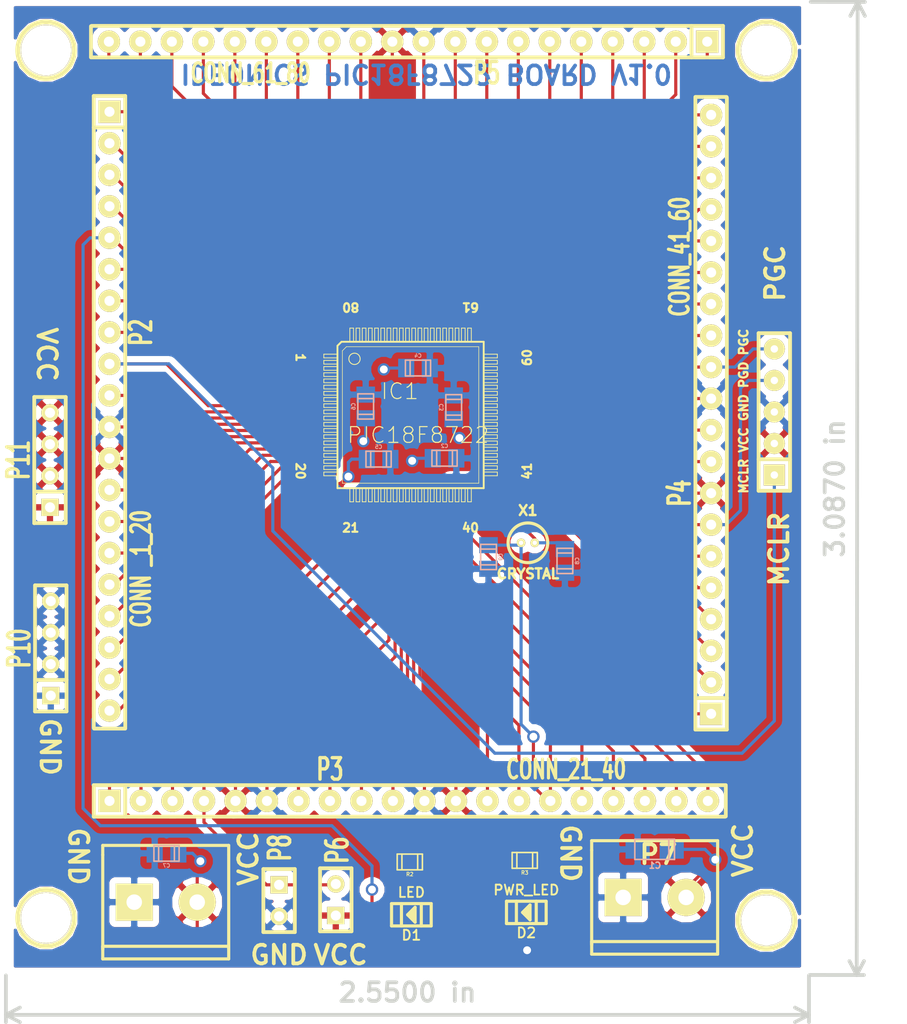
<source format=kicad_pcb>
(kicad_pcb (version 3) (host pcbnew "(2013-07-07 BZR 4022)-stable")
  (layers (15 F.Cu signal) (0 B.Cu signal) (18 B.Paste user) (19 F.Paste user) (20 B.SilkS user) (21 F.SilkS user) (22 B.Mask user) (23 F.Mask user) (28 Edge.Cuts user))
  (net 0 "")
  (net 1 /AVDD)
  (net 2 /ENVREG)
  (net 3 /HB_LED)
  (net 4 /MCLR)
  (net 5 /PGC)
  (net 6 /PGD)
  (net 7 /RA0)
  (net 8 /RA1)
  (net 9 /RA2)
  (net 10 /RA3)
  (net 11 /RA4)
  (net 12 /RA5)
  (net 13 /RA6)
  (net 14 /RA7)
  (net 15 /RB0)
  (net 16 /RB1)
  (net 17 /RB2)
  (net 18 /RB3)
  (net 19 /RB4)
  (net 20 /RB5)
  (net 21 /RC0)
  (net 22 /RC1)
  (net 23 /RC2)
  (net 24 /RC3)
  (net 25 /RC4)
  (net 26 /RC5)
  (net 27 /RC6)
  (net 28 /RC7)
  (net 29 /RD0)
  (net 30 /RD1)
  (net 31 /RD2)
  (net 32 /RD3)
  (net 33 /RD4)
  (net 34 /RD5)
  (net 35 /RD6)
  (net 36 /RD7)
  (net 37 /RE0)
  (net 38 /RE1)
  (net 39 /RE2)
  (net 40 /RE3)
  (net 41 /RE4)
  (net 42 /RE5)
  (net 43 /RE6)
  (net 44 /RE7)
  (net 45 /RF1)
  (net 46 /RF2)
  (net 47 /RF3)
  (net 48 /RF4)
  (net 49 /RF5)
  (net 50 /RF6)
  (net 51 /RF7)
  (net 52 /RG1)
  (net 53 /RG2)
  (net 54 /RG3)
  (net 55 /RG4)
  (net 56 /RH0)
  (net 57 /RH1)
  (net 58 /RH2)
  (net 59 /RH3)
  (net 60 /RH4)
  (net 61 /RH5)
  (net 62 /RH6)
  (net 63 /RH7)
  (net 64 /RJ0)
  (net 65 /RJ1)
  (net 66 /RJ2)
  (net 67 /RJ3)
  (net 68 /RJ4)
  (net 69 /RJ5)
  (net 70 /RJ6)
  (net 71 /RJ7)
  (net 72 GND)
  (net 73 N-0000024)
  (net 74 N-000008)
  (module SIL-5 (layer F.Cu) (at 187.071 110.8075 90)
    (fp_text reference P1 hide)
    (fp_text value PGM_CONN hide)
    (pad 1 thru_hole rect (at -6.35 0 90) (size 1.7 1.7) (drill 0.6) (layers *.Cu *.Mask F.SilkS) (net 4 /MCLR))
    (pad 2 thru_hole circle (at -3.81 0 90) (size 1.7 1.7) (drill 0.6) (layers *.Cu *.Mask F.SilkS) (net 1 /AVDD))
    (pad 3 thru_hole circle (at -1.27 0 90) (size 1.7 1.7) (drill 0.6) (layers *.Cu *.Mask F.SilkS) (net 72 GND))
    (pad 4 thru_hole circle (at 1.27 0 90) (size 1.7 1.7) (drill 0.6) (layers *.Cu *.Mask F.SilkS) (net 6 /PGD))
    (pad 5 thru_hole circle (at 3.81 0 90) (size 1.7 1.7) (drill 0.6) (layers *.Cu *.Mask F.SilkS) (net 5 /PGC))
  )
  (module r_0805 (layer B.Cu) (at 161.2124 111.698 270)
    (fp_text reference C3 (at 0 0.9906 270) (layer B.SilkS) (effects (font (size 0.29972 0.29972) (thickness 0.06096)) (justify mirror)))
    (fp_text value 0.1uF hide)
    (pad 1 smd rect (at 0.9525 0 270) (size 1.30048 1.4986) (layers B.Cu B.Paste B.Mask) (net 1 /AVDD))
    (pad 2 smd rect (at -0.9525 0 270) (size 1.30048 1.4986) (layers B.Cu B.Paste B.Mask) (net 72 GND))
  )
  (module r_0805 (layer F.Cu) (at 166.9415 148.209 180)
    (fp_text reference R3 (at 0 -0.9906 180) (layer F.SilkS) (effects (font (size 0.29972 0.29972) (thickness 0.06096))))
    (fp_text value 1K hide)
    (pad 1 smd rect (at 0.9525 0 180) (size 1.30048 1.4986) (layers F.Cu F.Paste F.Mask) (net 1 /AVDD))
    (pad 2 smd rect (at -0.9525 0 180) (size 1.30048 1.4986) (layers F.Cu F.Paste F.Mask) (net 74 N-000008))
  )
  (module r_0805 (layer B.Cu) (at 154.1145 111.633 270)
    (fp_text reference C6 (at 0 0.9906 270) (layer B.SilkS) (effects (font (size 0.29972 0.29972) (thickness 0.06096)) (justify mirror)))
    (fp_text value 0.1uF hide)
    (pad 1 smd rect (at 0.9525 0 270) (size 1.30048 1.4986) (layers B.Cu B.Paste B.Mask) (net 1 /AVDD))
    (pad 2 smd rect (at -0.9525 0 270) (size 1.30048 1.4986) (layers B.Cu B.Paste B.Mask) (net 72 GND))
  )
  (module r_0805 (layer B.Cu) (at 138.049 147.6375)
    (fp_text reference C7 (at 0 0.9906) (layer B.SilkS) (effects (font (size 0.29972 0.29972) (thickness 0.06096)) (justify mirror)))
    (fp_text value 0.1uF hide)
    (pad 1 smd rect (at 0.9525 0) (size 1.30048 1.4986) (layers B.Cu B.Paste B.Mask) (net 1 /AVDD))
    (pad 2 smd rect (at -0.9525 0) (size 1.30048 1.4986) (layers B.Cu B.Paste B.Mask) (net 72 GND))
  )
  (module r_0805 (layer B.Cu) (at 155.1524 115.878 180)
    (fp_text reference C5 (at 0 0.9906 180) (layer B.SilkS) (effects (font (size 0.29972 0.29972) (thickness 0.06096)) (justify mirror)))
    (fp_text value 0.1uF hide)
    (pad 1 smd rect (at 0.9525 0 180) (size 1.30048 1.4986) (layers B.Cu B.Paste B.Mask) (net 1 /AVDD))
    (pad 2 smd rect (at -0.9525 0 180) (size 1.30048 1.4986) (layers B.Cu B.Paste B.Mask) (net 72 GND))
  )
  (module r_0805 (layer B.Cu) (at 158.3324 108.538 180)
    (fp_text reference C4 (at 0 0.9906 180) (layer B.SilkS) (effects (font (size 0.29972 0.29972) (thickness 0.06096)) (justify mirror)))
    (fp_text value 0.1uF hide)
    (pad 1 smd rect (at 0.9525 0 180) (size 1.30048 1.4986) (layers B.Cu B.Paste B.Mask) (net 1 /AVDD))
    (pad 2 smd rect (at -0.9525 0 180) (size 1.30048 1.4986) (layers B.Cu B.Paste B.Mask) (net 72 GND))
  )
  (module r_0805 (layer B.Cu) (at 160.4724 115.808 180)
    (fp_text reference C2 (at 0 0.9906 180) (layer B.SilkS) (effects (font (size 0.29972 0.29972) (thickness 0.06096)) (justify mirror)))
    (fp_text value 0.1uF hide)
    (pad 1 smd rect (at 0.9525 0 180) (size 1.30048 1.4986) (layers B.Cu B.Paste B.Mask) (net 1 /AVDD))
    (pad 2 smd rect (at -0.9525 0 180) (size 1.30048 1.4986) (layers B.Cu B.Paste B.Mask) (net 72 GND))
  )
  (module r_0805 (layer F.Cu) (at 157.6705 148.336 180)
    (fp_text reference R2 (at 0 -0.9906 180) (layer F.SilkS) (effects (font (size 0.29972 0.29972) (thickness 0.06096))))
    (fp_text value 1K2 hide)
    (pad 1 smd rect (at 0.9525 0 180) (size 1.30048 1.4986) (layers F.Cu F.Paste F.Mask) (net 1 /AVDD))
    (pad 2 smd rect (at -0.9525 0 180) (size 1.30048 1.4986) (layers F.Cu F.Paste F.Mask) (net 73 N-0000024))
  )
  (module mors_2p (layer F.Cu) (at 137.9855 151.5745)
    (fp_text reference P9 hide)
    (fp_text value PWR_CON hide)
    (pad 1 thru_hole rect (at -2.54 0) (size 2.99974 2.99974) (drill 1.24968) (layers *.Cu *.Mask F.SilkS) (net 72 GND))
    (pad 2 thru_hole circle (at 2.54 0) (size 2.99974 2.99974) (drill 1.24968) (layers *.Cu *.Mask F.SilkS) (net 1 /AVDD))
  )
  (module c_tant_A (layer B.Cu) (at 177.419 147.32)
    (fp_text reference C1 (at 0.0254 1.2954) (layer B.SilkS) (effects (font (size 0.50038 0.50038) (thickness 0.11938)) (justify mirror)))
    (fp_text value 10uF/16V hide)
    (pad 1 smd rect (at 1.37414 0) (size 1.95072 1.50114) (layers B.Cu B.Paste B.Mask) (net 1 /AVDD))
    (pad 2 smd rect (at -1.37414 0) (size 1.95072 1.50114) (layers B.Cu B.Paste B.Mask) (net 72 GND))
  )
  (module microchip-2-TQFP80 (layer F.Cu) (at 157.734 112.3188)
    (fp_text reference IC1 (at -0.8636 -1.905) (layer F.SilkS) (effects (font (size 1.27 1.27) (thickness 0.0889))))
    (fp_text value PIC18F8722 (at 0.6096 1.6256) (layer F.SilkS) (effects (font (size 1.27 1.27) (thickness 0.0889))))
    (pad 1 smd rect (at -6.59384 -4.7498) (size 1.29794 0.34798) (layers F.Cu F.Paste F.Mask) (net 58 /RH2))
    (pad 2 smd rect (at -6.59384 -4.24942) (size 1.29794 0.34798) (layers F.Cu F.Paste F.Mask) (net 59 /RH3))
    (pad 3 smd rect (at -6.59384 -3.74904) (size 1.29794 0.34798) (layers F.Cu F.Paste F.Mask) (net 38 /RE1))
    (pad 4 smd rect (at -6.59384 -3.24866) (size 1.29794 0.34798) (layers F.Cu F.Paste F.Mask) (net 37 /RE0))
    (pad 5 smd rect (at -6.59384 -2.74828) (size 1.29794 0.34798) (layers F.Cu F.Paste F.Mask) (net 3 /HB_LED))
    (pad 6 smd rect (at -6.59384 -2.2479) (size 1.29794 0.34798) (layers F.Cu F.Paste F.Mask) (net 52 /RG1))
    (pad 7 smd rect (at -6.59384 -1.74752) (size 1.29794 0.34798) (layers F.Cu F.Paste F.Mask) (net 53 /RG2))
    (pad 8 smd rect (at -6.59384 -1.24968) (size 1.29794 0.34798) (layers F.Cu F.Paste F.Mask) (net 54 /RG3))
    (pad 9 smd rect (at -6.59384 -0.7493) (size 1.29794 0.34798) (layers F.Cu F.Paste F.Mask) (net 4 /MCLR))
    (pad 10 smd rect (at -6.59384 -0.24892) (size 1.29794 0.34798) (layers F.Cu F.Paste F.Mask) (net 55 /RG4))
    (pad 11 smd rect (at -6.59384 0.24892) (size 1.29794 0.34798) (layers F.Cu F.Paste F.Mask) (net 72 GND))
    (pad 12 smd rect (at -6.59384 0.7493) (size 1.29794 0.34798) (layers F.Cu F.Paste F.Mask) (net 1 /AVDD))
    (pad 13 smd rect (at -6.59384 1.24968) (size 1.29794 0.34798) (layers F.Cu F.Paste F.Mask) (net 51 /RF7))
    (pad 14 smd rect (at -6.59384 1.74752) (size 1.29794 0.34798) (layers F.Cu F.Paste F.Mask) (net 50 /RF6))
    (pad 15 smd rect (at -6.59384 2.2479) (size 1.29794 0.34798) (layers F.Cu F.Paste F.Mask) (net 49 /RF5))
    (pad 16 smd rect (at -6.59384 2.74828) (size 1.29794 0.34798) (layers F.Cu F.Paste F.Mask) (net 48 /RF4))
    (pad 17 smd rect (at -6.59384 3.24866) (size 1.29794 0.34798) (layers F.Cu F.Paste F.Mask) (net 47 /RF3))
    (pad 18 smd rect (at -6.59384 3.74904) (size 1.29794 0.34798) (layers F.Cu F.Paste F.Mask) (net 46 /RF2))
    (pad 19 smd rect (at -6.59384 4.24942) (size 1.29794 0.34798) (layers F.Cu F.Paste F.Mask) (net 63 /RH7))
    (pad 20 smd rect (at -6.59384 4.7498) (size 1.29794 0.34798) (layers F.Cu F.Paste F.Mask) (net 62 /RH6))
    (pad 21 smd rect (at -4.7498 6.59384) (size 0.34798 1.29794) (layers F.Cu F.Paste F.Mask) (net 61 /RH5))
    (pad 22 smd rect (at -4.24942 6.59384) (size 0.34798 1.29794) (layers F.Cu F.Paste F.Mask) (net 60 /RH4))
    (pad 23 smd rect (at -3.74904 6.59384) (size 0.34798 1.29794) (layers F.Cu F.Paste F.Mask) (net 45 /RF1))
    (pad 24 smd rect (at -3.24866 6.59384) (size 0.34798 1.29794) (layers F.Cu F.Paste F.Mask) (net 2 /ENVREG))
    (pad 25 smd rect (at -2.74828 6.59384) (size 0.34798 1.29794) (layers F.Cu F.Paste F.Mask) (net 1 /AVDD))
    (pad 26 smd rect (at -2.2479 6.59384) (size 0.34798 1.29794) (layers F.Cu F.Paste F.Mask) (net 72 GND))
    (pad 27 smd rect (at -1.74752 6.59384) (size 0.34798 1.29794) (layers F.Cu F.Paste F.Mask) (net 10 /RA3))
    (pad 28 smd rect (at -1.24968 6.59384) (size 0.34798 1.29794) (layers F.Cu F.Paste F.Mask) (net 9 /RA2))
    (pad 29 smd rect (at -0.7493 6.59384) (size 0.34798 1.29794) (layers F.Cu F.Paste F.Mask) (net 8 /RA1))
    (pad 30 smd rect (at -0.24892 6.59384) (size 0.34798 1.29794) (layers F.Cu F.Paste F.Mask) (net 7 /RA0))
    (pad 31 smd rect (at 0.24892 6.59384) (size 0.34798 1.29794) (layers F.Cu F.Paste F.Mask) (net 72 GND))
    (pad 32 smd rect (at 0.7493 6.59384) (size 0.34798 1.29794) (layers F.Cu F.Paste F.Mask) (net 1 /AVDD))
    (pad 33 smd rect (at 1.24968 6.59384) (size 0.34798 1.29794) (layers F.Cu F.Paste F.Mask) (net 12 /RA5))
    (pad 34 smd rect (at 1.74752 6.59384) (size 0.34798 1.29794) (layers F.Cu F.Paste F.Mask) (net 11 /RA4))
    (pad 35 smd rect (at 2.2479 6.59384) (size 0.34798 1.29794) (layers F.Cu F.Paste F.Mask) (net 22 /RC1))
    (pad 36 smd rect (at 2.74828 6.59384) (size 0.34798 1.29794) (layers F.Cu F.Paste F.Mask) (net 21 /RC0))
    (pad 37 smd rect (at 3.24866 6.59384) (size 0.34798 1.29794) (layers F.Cu F.Paste F.Mask) (net 27 /RC6))
    (pad 38 smd rect (at 3.74904 6.59384) (size 0.34798 1.29794) (layers F.Cu F.Paste F.Mask) (net 28 /RC7))
    (pad 39 smd rect (at 4.24942 6.59384) (size 0.34798 1.29794) (layers F.Cu F.Paste F.Mask) (net 68 /RJ4))
    (pad 40 smd rect (at 4.7498 6.59384) (size 0.34798 1.29794) (layers F.Cu F.Paste F.Mask) (net 69 /RJ5))
    (pad 41 smd rect (at 6.59384 4.7498) (size 1.29794 0.34798) (layers F.Cu F.Paste F.Mask) (net 70 /RJ6))
    (pad 42 smd rect (at 6.59384 4.24942) (size 1.29794 0.34798) (layers F.Cu F.Paste F.Mask) (net 71 /RJ7))
    (pad 43 smd rect (at 6.59384 3.74904) (size 1.29794 0.34798) (layers F.Cu F.Paste F.Mask) (net 23 /RC2))
    (pad 44 smd rect (at 6.59384 3.24866) (size 1.29794 0.34798) (layers F.Cu F.Paste F.Mask) (net 24 /RC3))
    (pad 45 smd rect (at 6.59384 2.74828) (size 1.29794 0.34798) (layers F.Cu F.Paste F.Mask) (net 25 /RC4))
    (pad 46 smd rect (at 6.59384 2.2479) (size 1.29794 0.34798) (layers F.Cu F.Paste F.Mask) (net 26 /RC5))
    (pad 47 smd rect (at 6.59384 1.74752) (size 1.29794 0.34798) (layers F.Cu F.Paste F.Mask) (net 6 /PGD))
    (pad 48 smd rect (at 6.59384 1.24968) (size 1.29794 0.34798) (layers F.Cu F.Paste F.Mask) (net 1 /AVDD))
    (pad 49 smd rect (at 6.59384 0.7493) (size 1.29794 0.34798) (layers F.Cu F.Paste F.Mask) (net 14 /RA7))
    (pad 50 smd rect (at 6.59384 0.24892) (size 1.29794 0.34798) (layers F.Cu F.Paste F.Mask) (net 13 /RA6))
    (pad 51 smd rect (at 6.59384 -0.24892) (size 1.29794 0.34798) (layers F.Cu F.Paste F.Mask) (net 72 GND))
    (pad 52 smd rect (at 6.59384 -0.7493) (size 1.29794 0.34798) (layers F.Cu F.Paste F.Mask) (net 5 /PGC))
    (pad 53 smd rect (at 6.59384 -1.24968) (size 1.29794 0.34798) (layers F.Cu F.Paste F.Mask) (net 20 /RB5))
    (pad 54 smd rect (at 6.59384 -1.74752) (size 1.29794 0.34798) (layers F.Cu F.Paste F.Mask) (net 19 /RB4))
    (pad 55 smd rect (at 6.59384 -2.2479) (size 1.29794 0.34798) (layers F.Cu F.Paste F.Mask) (net 18 /RB3))
    (pad 56 smd rect (at 6.59384 -2.74828) (size 1.29794 0.34798) (layers F.Cu F.Paste F.Mask) (net 17 /RB2))
    (pad 57 smd rect (at 6.59384 -3.24866) (size 1.29794 0.34798) (layers F.Cu F.Paste F.Mask) (net 16 /RB1))
    (pad 58 smd rect (at 6.59384 -3.74904) (size 1.29794 0.34798) (layers F.Cu F.Paste F.Mask) (net 15 /RB0))
    (pad 59 smd rect (at 6.59384 -4.24942) (size 1.29794 0.34798) (layers F.Cu F.Paste F.Mask) (net 67 /RJ3))
    (pad 60 smd rect (at 6.59384 -4.7498) (size 1.29794 0.34798) (layers F.Cu F.Paste F.Mask) (net 66 /RJ2))
    (pad 61 smd rect (at 4.7498 -6.59384) (size 0.34798 1.29794) (layers F.Cu F.Paste F.Mask) (net 65 /RJ1))
    (pad 62 smd rect (at 4.24942 -6.59384) (size 0.34798 1.29794) (layers F.Cu F.Paste F.Mask) (net 64 /RJ0))
    (pad 63 smd rect (at 3.74904 -6.59384) (size 0.34798 1.29794) (layers F.Cu F.Paste F.Mask) (net 36 /RD7))
    (pad 64 smd rect (at 3.24866 -6.59384) (size 0.34798 1.29794) (layers F.Cu F.Paste F.Mask) (net 35 /RD6))
    (pad 65 smd rect (at 2.74828 -6.59384) (size 0.34798 1.29794) (layers F.Cu F.Paste F.Mask) (net 34 /RD5))
    (pad 66 smd rect (at 2.2479 -6.59384) (size 0.34798 1.29794) (layers F.Cu F.Paste F.Mask) (net 33 /RD4))
    (pad 67 smd rect (at 1.74752 -6.59384) (size 0.34798 1.29794) (layers F.Cu F.Paste F.Mask) (net 32 /RD3))
    (pad 68 smd rect (at 1.24968 -6.59384) (size 0.34798 1.29794) (layers F.Cu F.Paste F.Mask) (net 31 /RD2))
    (pad 69 smd rect (at 0.7493 -6.59384) (size 0.34798 1.29794) (layers F.Cu F.Paste F.Mask) (net 30 /RD1))
    (pad 70 smd rect (at 0.24892 -6.59384) (size 0.34798 1.29794) (layers F.Cu F.Paste F.Mask) (net 72 GND))
    (pad 71 smd rect (at -0.24892 -6.59384) (size 0.34798 1.29794) (layers F.Cu F.Paste F.Mask) (net 1 /AVDD))
    (pad 72 smd rect (at -0.7493 -6.59384) (size 0.34798 1.29794) (layers F.Cu F.Paste F.Mask) (net 29 /RD0))
    (pad 73 smd rect (at -1.24968 -6.59384) (size 0.34798 1.29794) (layers F.Cu F.Paste F.Mask) (net 44 /RE7))
    (pad 74 smd rect (at -1.74752 -6.59384) (size 0.34798 1.29794) (layers F.Cu F.Paste F.Mask) (net 43 /RE6))
    (pad 75 smd rect (at -2.2479 -6.59384) (size 0.34798 1.29794) (layers F.Cu F.Paste F.Mask) (net 42 /RE5))
    (pad 76 smd rect (at -2.74828 -6.59384) (size 0.34798 1.29794) (layers F.Cu F.Paste F.Mask) (net 41 /RE4))
    (pad 77 smd rect (at -3.24866 -6.59384) (size 0.34798 1.29794) (layers F.Cu F.Paste F.Mask) (net 40 /RE3))
    (pad 78 smd rect (at -3.74904 -6.59384) (size 0.34798 1.29794) (layers F.Cu F.Paste F.Mask) (net 39 /RE2))
    (pad 79 smd rect (at -4.24942 -6.59384) (size 0.34798 1.29794) (layers F.Cu F.Paste F.Mask) (net 56 /RH0))
    (pad 80 smd rect (at -4.7498 -6.59384) (size 0.34798 1.29794) (layers F.Cu F.Paste F.Mask) (net 57 /RH1))
  )
  (module SIL-20 (layer F.Cu) (at 165.2016 143.416)
    (fp_text reference P3 (at -13.97 -2.54) (layer F.SilkS) (effects (font (size 1.72974 1.08712) (thickness 0.27178))))
    (fp_text value CONN_21_40 (at 5.08 -2.54 180) (layer F.SilkS) (effects (font (size 1.524 1.016) (thickness 0.3048))))
    (pad 1 thru_hole rect (at -31.75 0) (size 1.8 1.8) (drill 0.8128) (layers *.Cu *.Mask F.SilkS) (net 61 /RH5))
    (pad 2 thru_hole circle (at -29.21 0) (size 1.8 1.8) (drill 0.8128) (layers *.Cu *.Mask F.SilkS) (net 60 /RH4))
    (pad 3 thru_hole circle (at -26.67 0) (size 1.8 1.8) (drill 0.8128) (layers *.Cu *.Mask F.SilkS) (net 45 /RF1))
    (pad 4 thru_hole circle (at -24.13 0) (size 1.8 1.8) (drill 0.8128) (layers *.Cu *.Mask F.SilkS) (net 2 /ENVREG))
    (pad 5 thru_hole circle (at -21.59 0) (size 1.8 1.8) (drill 0.8128) (layers *.Cu *.Mask F.SilkS) (net 1 /AVDD))
    (pad 6 thru_hole circle (at -19.05 0) (size 1.8 1.8) (drill 0.8128) (layers *.Cu *.Mask F.SilkS) (net 72 GND))
    (pad 7 thru_hole circle (at -16.51 0) (size 1.8 1.8) (drill 0.8128) (layers *.Cu *.Mask F.SilkS) (net 10 /RA3))
    (pad 8 thru_hole circle (at -13.97 0) (size 1.8 1.8) (drill 0.8128) (layers *.Cu *.Mask F.SilkS) (net 9 /RA2))
    (pad 9 thru_hole circle (at -11.43 0) (size 1.8 1.8) (drill 0.8128) (layers *.Cu *.Mask F.SilkS) (net 8 /RA1))
    (pad 10 thru_hole circle (at -8.89 0) (size 1.8 1.8) (drill 0.8128) (layers *.Cu *.Mask F.SilkS) (net 7 /RA0))
    (pad 11 thru_hole circle (at -6.35 0) (size 1.8 1.8) (drill 0.8128) (layers *.Cu *.Mask F.SilkS) (net 72 GND))
    (pad 12 thru_hole circle (at -3.81 0) (size 1.8 1.8) (drill 0.8128) (layers *.Cu *.Mask F.SilkS) (net 1 /AVDD))
    (pad 13 thru_hole circle (at -1.27 0) (size 1.8 1.8) (drill 0.8128) (layers *.Cu *.Mask F.SilkS) (net 12 /RA5))
    (pad 14 thru_hole circle (at 1.27 0) (size 1.8 1.8) (drill 0.8128) (layers *.Cu *.Mask F.SilkS) (net 11 /RA4))
    (pad 15 thru_hole circle (at 3.81 0) (size 1.8 1.8) (drill 0.8128) (layers *.Cu *.Mask F.SilkS) (net 22 /RC1))
    (pad 16 thru_hole circle (at 6.35 0) (size 1.8 1.8) (drill 0.8128) (layers *.Cu *.Mask F.SilkS) (net 21 /RC0))
    (pad 17 thru_hole circle (at 8.89 0) (size 1.8 1.8) (drill 0.8128) (layers *.Cu *.Mask F.SilkS) (net 27 /RC6))
    (pad 18 thru_hole circle (at 11.43 0) (size 1.8 1.8) (drill 0.8128) (layers *.Cu *.Mask F.SilkS) (net 28 /RC7))
    (pad 19 thru_hole circle (at 13.97 0) (size 1.8 1.8) (drill 0.8128) (layers *.Cu *.Mask F.SilkS) (net 68 /RJ4))
    (pad 20 thru_hole circle (at 16.51 0) (size 1.8 1.8) (drill 0.8128) (layers *.Cu *.Mask F.SilkS) (net 69 /RJ5))
  )
  (module SIL-20 (layer F.Cu) (at 133.45 119.634 270)
    (fp_text reference P2 (at -13.97 -2.54 270) (layer F.SilkS) (effects (font (size 1.72974 1.08712) (thickness 0.27178))))
    (fp_text value "CONN _1_20" (at 5.08 -2.54 450) (layer F.SilkS) (effects (font (size 1.524 1.016) (thickness 0.3048))))
    (pad 1 thru_hole rect (at -31.75 0 270) (size 1.8 1.8) (drill 0.8128) (layers *.Cu *.Mask F.SilkS) (net 58 /RH2))
    (pad 2 thru_hole circle (at -29.21 0 270) (size 1.8 1.8) (drill 0.8128) (layers *.Cu *.Mask F.SilkS) (net 59 /RH3))
    (pad 3 thru_hole circle (at -26.67 0 270) (size 1.8 1.8) (drill 0.8128) (layers *.Cu *.Mask F.SilkS) (net 38 /RE1))
    (pad 4 thru_hole circle (at -24.13 0 270) (size 1.8 1.8) (drill 0.8128) (layers *.Cu *.Mask F.SilkS) (net 37 /RE0))
    (pad 5 thru_hole circle (at -21.59 0 270) (size 1.8 1.8) (drill 0.8128) (layers *.Cu *.Mask F.SilkS) (net 3 /HB_LED))
    (pad 6 thru_hole circle (at -19.05 0 270) (size 1.8 1.8) (drill 0.8128) (layers *.Cu *.Mask F.SilkS) (net 52 /RG1))
    (pad 7 thru_hole circle (at -16.51 0 270) (size 1.8 1.8) (drill 0.8128) (layers *.Cu *.Mask F.SilkS) (net 53 /RG2))
    (pad 8 thru_hole circle (at -13.97 0 270) (size 1.8 1.8) (drill 0.8128) (layers *.Cu *.Mask F.SilkS) (net 54 /RG3))
    (pad 9 thru_hole circle (at -11.43 0 270) (size 1.8 1.8) (drill 0.8128) (layers *.Cu *.Mask F.SilkS) (net 4 /MCLR))
    (pad 10 thru_hole circle (at -8.89 0 270) (size 1.8 1.8) (drill 0.8128) (layers *.Cu *.Mask F.SilkS) (net 55 /RG4))
    (pad 11 thru_hole circle (at -6.35 0 270) (size 1.8 1.8) (drill 0.8128) (layers *.Cu *.Mask F.SilkS) (net 72 GND))
    (pad 12 thru_hole circle (at -3.81 0 270) (size 1.8 1.8) (drill 0.8128) (layers *.Cu *.Mask F.SilkS) (net 1 /AVDD))
    (pad 13 thru_hole circle (at -1.27 0 270) (size 1.8 1.8) (drill 0.8128) (layers *.Cu *.Mask F.SilkS) (net 51 /RF7))
    (pad 14 thru_hole circle (at 1.27 0 270) (size 1.8 1.8) (drill 0.8128) (layers *.Cu *.Mask F.SilkS) (net 50 /RF6))
    (pad 15 thru_hole circle (at 3.81 0 270) (size 1.8 1.8) (drill 0.8128) (layers *.Cu *.Mask F.SilkS) (net 49 /RF5))
    (pad 16 thru_hole circle (at 6.35 0 270) (size 1.8 1.8) (drill 0.8128) (layers *.Cu *.Mask F.SilkS) (net 48 /RF4))
    (pad 17 thru_hole circle (at 8.89 0 270) (size 1.8 1.8) (drill 0.8128) (layers *.Cu *.Mask F.SilkS) (net 47 /RF3))
    (pad 18 thru_hole circle (at 11.43 0 270) (size 1.8 1.8) (drill 0.8128) (layers *.Cu *.Mask F.SilkS) (net 46 /RF2))
    (pad 19 thru_hole circle (at 13.97 0 270) (size 1.8 1.8) (drill 0.8128) (layers *.Cu *.Mask F.SilkS) (net 63 /RH7))
    (pad 20 thru_hole circle (at 16.51 0 270) (size 1.8 1.8) (drill 0.8128) (layers *.Cu *.Mask F.SilkS) (net 62 /RH6))
  )
  (module SIL-20 (layer F.Cu) (at 181.9732 104.648 90)
    (fp_text reference P4 (at -13.97 -2.54 90) (layer F.SilkS) (effects (font (size 1.72974 1.08712) (thickness 0.27178))))
    (fp_text value CONN_41_60 (at 5.08 -2.54 270) (layer F.SilkS) (effects (font (size 1.524 1.016) (thickness 0.3048))))
    (pad 1 thru_hole rect (at -31.75 0 90) (size 1.8 1.8) (drill 0.8128) (layers *.Cu *.Mask F.SilkS) (net 70 /RJ6))
    (pad 2 thru_hole circle (at -29.21 0 90) (size 1.8 1.8) (drill 0.8128) (layers *.Cu *.Mask F.SilkS) (net 71 /RJ7))
    (pad 3 thru_hole circle (at -26.67 0 90) (size 1.8 1.8) (drill 0.8128) (layers *.Cu *.Mask F.SilkS) (net 23 /RC2))
    (pad 4 thru_hole circle (at -24.13 0 90) (size 1.8 1.8) (drill 0.8128) (layers *.Cu *.Mask F.SilkS) (net 24 /RC3))
    (pad 5 thru_hole circle (at -21.59 0 90) (size 1.8 1.8) (drill 0.8128) (layers *.Cu *.Mask F.SilkS) (net 25 /RC4))
    (pad 6 thru_hole circle (at -19.05 0 90) (size 1.8 1.8) (drill 0.8128) (layers *.Cu *.Mask F.SilkS) (net 26 /RC5))
    (pad 7 thru_hole circle (at -16.51 0 90) (size 1.8 1.8) (drill 0.8128) (layers *.Cu *.Mask F.SilkS) (net 6 /PGD))
    (pad 8 thru_hole circle (at -13.97 0 90) (size 1.8 1.8) (drill 0.8128) (layers *.Cu *.Mask F.SilkS) (net 1 /AVDD))
    (pad 9 thru_hole circle (at -11.43 0 90) (size 1.8 1.8) (drill 0.8128) (layers *.Cu *.Mask F.SilkS) (net 14 /RA7))
    (pad 10 thru_hole circle (at -8.89 0 90) (size 1.8 1.8) (drill 0.8128) (layers *.Cu *.Mask F.SilkS) (net 13 /RA6))
    (pad 11 thru_hole circle (at -6.35 0 90) (size 1.8 1.8) (drill 0.8128) (layers *.Cu *.Mask F.SilkS) (net 72 GND))
    (pad 12 thru_hole circle (at -3.81 0 90) (size 1.8 1.8) (drill 0.8128) (layers *.Cu *.Mask F.SilkS) (net 5 /PGC))
    (pad 13 thru_hole circle (at -1.27 0 90) (size 1.8 1.8) (drill 0.8128) (layers *.Cu *.Mask F.SilkS) (net 20 /RB5))
    (pad 14 thru_hole circle (at 1.27 0 90) (size 1.8 1.8) (drill 0.8128) (layers *.Cu *.Mask F.SilkS) (net 19 /RB4))
    (pad 15 thru_hole circle (at 3.81 0 90) (size 1.8 1.8) (drill 0.8128) (layers *.Cu *.Mask F.SilkS) (net 18 /RB3))
    (pad 16 thru_hole circle (at 6.35 0 90) (size 1.8 1.8) (drill 0.8128) (layers *.Cu *.Mask F.SilkS) (net 17 /RB2))
    (pad 17 thru_hole circle (at 8.89 0 90) (size 1.8 1.8) (drill 0.8128) (layers *.Cu *.Mask F.SilkS) (net 16 /RB1))
    (pad 18 thru_hole circle (at 11.43 0 90) (size 1.8 1.8) (drill 0.8128) (layers *.Cu *.Mask F.SilkS) (net 15 /RB0))
    (pad 19 thru_hole circle (at 13.97 0 90) (size 1.8 1.8) (drill 0.8128) (layers *.Cu *.Mask F.SilkS) (net 67 /RJ3))
    (pad 20 thru_hole circle (at 16.51 0 90) (size 1.8 1.8) (drill 0.8128) (layers *.Cu *.Mask F.SilkS) (net 66 /RJ2))
  )
  (module SIL-20 (layer F.Cu) (at 149.9108 82.2376 180)
    (fp_text reference P5 (at -13.97 -2.54 180) (layer F.SilkS) (effects (font (size 1.72974 1.08712) (thickness 0.27178))))
    (fp_text value CONN_61_80 (at 5.08 -2.54 360) (layer F.SilkS) (effects (font (size 1.524 1.016) (thickness 0.3048))))
    (pad 1 thru_hole rect (at -31.75 0 180) (size 1.8 1.8) (drill 0.8128) (layers *.Cu *.Mask F.SilkS) (net 65 /RJ1))
    (pad 2 thru_hole circle (at -29.21 0 180) (size 1.8 1.8) (drill 0.8128) (layers *.Cu *.Mask F.SilkS) (net 64 /RJ0))
    (pad 3 thru_hole circle (at -26.67 0 180) (size 1.8 1.8) (drill 0.8128) (layers *.Cu *.Mask F.SilkS) (net 36 /RD7))
    (pad 4 thru_hole circle (at -24.13 0 180) (size 1.8 1.8) (drill 0.8128) (layers *.Cu *.Mask F.SilkS) (net 35 /RD6))
    (pad 5 thru_hole circle (at -21.59 0 180) (size 1.8 1.8) (drill 0.8128) (layers *.Cu *.Mask F.SilkS) (net 34 /RD5))
    (pad 6 thru_hole circle (at -19.05 0 180) (size 1.8 1.8) (drill 0.8128) (layers *.Cu *.Mask F.SilkS) (net 33 /RD4))
    (pad 7 thru_hole circle (at -16.51 0 180) (size 1.8 1.8) (drill 0.8128) (layers *.Cu *.Mask F.SilkS) (net 32 /RD3))
    (pad 8 thru_hole circle (at -13.97 0 180) (size 1.8 1.8) (drill 0.8128) (layers *.Cu *.Mask F.SilkS) (net 31 /RD2))
    (pad 9 thru_hole circle (at -11.43 0 180) (size 1.8 1.8) (drill 0.8128) (layers *.Cu *.Mask F.SilkS) (net 30 /RD1))
    (pad 10 thru_hole circle (at -8.89 0 180) (size 1.8 1.8) (drill 0.8128) (layers *.Cu *.Mask F.SilkS) (net 72 GND))
    (pad 11 thru_hole circle (at -6.35 0 180) (size 1.8 1.8) (drill 0.8128) (layers *.Cu *.Mask F.SilkS) (net 1 /AVDD))
    (pad 12 thru_hole circle (at -3.81 0 180) (size 1.8 1.8) (drill 0.8128) (layers *.Cu *.Mask F.SilkS) (net 29 /RD0))
    (pad 13 thru_hole circle (at -1.27 0 180) (size 1.8 1.8) (drill 0.8128) (layers *.Cu *.Mask F.SilkS) (net 44 /RE7))
    (pad 14 thru_hole circle (at 1.27 0 180) (size 1.8 1.8) (drill 0.8128) (layers *.Cu *.Mask F.SilkS) (net 43 /RE6))
    (pad 15 thru_hole circle (at 3.81 0 180) (size 1.8 1.8) (drill 0.8128) (layers *.Cu *.Mask F.SilkS) (net 42 /RE5))
    (pad 16 thru_hole circle (at 6.35 0 180) (size 1.8 1.8) (drill 0.8128) (layers *.Cu *.Mask F.SilkS) (net 41 /RE4))
    (pad 17 thru_hole circle (at 8.89 0 180) (size 1.8 1.8) (drill 0.8128) (layers *.Cu *.Mask F.SilkS) (net 40 /RE3))
    (pad 18 thru_hole circle (at 11.43 0 180) (size 1.8 1.8) (drill 0.8128) (layers *.Cu *.Mask F.SilkS) (net 39 /RE2))
    (pad 19 thru_hole circle (at 13.97 0 180) (size 1.8 1.8) (drill 0.8128) (layers *.Cu *.Mask F.SilkS) (net 56 /RH0))
    (pad 20 thru_hole circle (at 16.51 0 180) (size 1.8 1.8) (drill 0.8128) (layers *.Cu *.Mask F.SilkS) (net 57 /RH1))
  )
  (module mors_2p (layer F.Cu) (at 177.419 151.1935)
    (fp_text reference P7 (at 0.3048 -3.4544) (layer F.SilkS) (effects (font (size 1.524 1.524) (thickness 0.3048))))
    (fp_text value PWR_CON hide)
    (pad 1 thru_hole rect (at -2.54 0) (size 2.99974 2.99974) (drill 1.24968) (layers *.Cu *.Mask F.SilkS) (net 72 GND))
    (pad 2 thru_hole circle (at 2.54 0) (size 2.99974 2.99974) (drill 1.24968) (layers *.Cu *.Mask F.SilkS) (net 1 /AVDD))
  )
  (module Led_1206 (layer F.Cu) (at 157.7975 152.5905 180)
    (fp_text reference D1 (at 0 -1.651 180) (layer F.SilkS) (effects (font (size 0.8001 0.8001) (thickness 0.14986))))
    (fp_text value LED (at 0 1.80086 180) (layer F.SilkS) (effects (font (size 0.8001 0.8001) (thickness 0.14986))))
    (pad 1 smd rect (at -1.74752 0 180) (size 1.4986 1.4986) (layers F.Cu F.Paste F.Mask) (net 73 N-0000024))
    (pad 2 smd rect (at 1.74752 0 180) (size 1.4986 1.4986) (layers F.Cu F.Paste F.Mask) (net 3 /HB_LED))
  )
  (module Led_1206 (layer F.Cu) (at 167.0685 152.4 180)
    (fp_text reference D2 (at 0 -1.651 180) (layer F.SilkS) (effects (font (size 0.8001 0.8001) (thickness 0.14986))))
    (fp_text value PWR_LED (at 0 1.80086 180) (layer F.SilkS) (effects (font (size 0.8001 0.8001) (thickness 0.14986))))
    (pad 1 smd rect (at -1.74752 0 180) (size 1.4986 1.4986) (layers F.Cu F.Paste F.Mask) (net 74 N-000008))
    (pad 2 smd rect (at 1.74752 0 180) (size 1.4986 1.4986) (layers F.Cu F.Paste F.Mask) (net 72 GND))
  )
  (module SIL-2 (layer F.Cu) (at 151.7015 151.384 90)
    (fp_text reference P6 (at 4.0005 0.127 90) (layer F.SilkS) (effects (font (size 1.72974 1.08712) (thickness 0.3048))))
    (fp_text value CONN_2 hide)
    (pad 1 thru_hole rect (at -1.27 0 90) (size 1.397 1.397) (drill 0.8128) (layers *.Cu *.Mask F.SilkS) (net 1 /AVDD))
    (pad 2 thru_hole circle (at 1.27 0 90) (size 1.397 1.397) (drill 0.8128) (layers *.Cu *.Mask F.SilkS) (net 2 /ENVREG))
  )
  (module SIL-2 (layer F.Cu) (at 147.1295 151.4475 270)
    (fp_text reference P8 (at -4.2545 -0.0635 270) (layer F.SilkS) (effects (font (size 1.72974 1.08712) (thickness 0.3048))))
    (fp_text value CONN_2 hide)
    (pad 1 thru_hole rect (at -1.27 0 270) (size 1.397 1.397) (drill 0.8128) (layers *.Cu *.Mask F.SilkS) (net 2 /ENVREG))
    (pad 2 thru_hole circle (at 1.27 0 270) (size 1.397 1.397) (drill 0.8128) (layers *.Cu *.Mask F.SilkS) (net 72 GND))
  )
  (module r_0805 (layer B.Cu) (at 170.18 124.079 90)
    (fp_text reference C8 (at 0 0.9906 90) (layer B.SilkS) (effects (font (size 0.29972 0.29972) (thickness 0.06096)) (justify mirror)))
    (fp_text value C hide)
    (pad 1 smd rect (at 0.9525 0 90) (size 1.30048 1.4986) (layers B.Cu B.Paste B.Mask) (net 21 /RC0))
    (pad 2 smd rect (at -0.9525 0 90) (size 1.30048 1.4986) (layers B.Cu B.Paste B.Mask) (net 72 GND))
  )
  (module r_0805 (layer B.Cu) (at 164.0205 123.7615 90)
    (fp_text reference C9 (at 0 0.9906 90) (layer B.SilkS) (effects (font (size 0.29972 0.29972) (thickness 0.06096)) (justify mirror)))
    (fp_text value C hide)
    (pad 1 smd rect (at 0.9525 0 90) (size 1.30048 1.4986) (layers B.Cu B.Paste B.Mask) (net 22 /RC1))
    (pad 2 smd rect (at -0.9525 0 90) (size 1.30048 1.4986) (layers B.Cu B.Paste B.Mask) (net 72 GND))
  )
  (module crystal_tc-38 (layer F.Cu) (at 167.1955 122.6185)
    (fp_text reference X1 (at 0 -2.6) (layer F.SilkS) (effects (font (size 0.8 0.8) (thickness 0.2))))
    (fp_text value CRYSTAL (at 0 2.5) (layer F.SilkS) (effects (font (size 0.8 0.8) (thickness 0.2))))
    (pad 1 thru_hole circle (at -0.55 0) (size 0.7 0.7) (drill 0.35) (layers *.Cu *.Mask F.SilkS) (net 22 /RC1))
    (pad 2 thru_hole circle (at 0.55 0) (size 0.7 0.7) (drill 0.35) (layers *.Cu *.Mask F.SilkS) (net 21 /RC0))
  )
  (module SIL-4 (layer F.Cu) (at 128.7145 131.1275 90)
    (fp_text reference P10 (at 0 -2.54 90) (layer F.SilkS) (effects (font (size 1.73482 1.08712) (thickness 0.3048))))
    (fp_text value CONN_4 hide)
    (pad 1 thru_hole rect (at -3.81 0 90) (size 1.397 1.397) (drill 0.8128) (layers *.Cu *.Mask F.SilkS) (net 72 GND))
    (pad 2 thru_hole circle (at -1.27 0 90) (size 1.397 1.397) (drill 0.8128) (layers *.Cu *.Mask F.SilkS) (net 72 GND))
    (pad 3 thru_hole circle (at 1.27 0 90) (size 1.397 1.397) (drill 0.8128) (layers *.Cu *.Mask F.SilkS) (net 72 GND))
    (pad 4 thru_hole circle (at 3.81 0 90) (size 1.397 1.397) (drill 0.8128) (layers *.Cu *.Mask F.SilkS) (net 72 GND))
  )
  (module SIL-4 (layer F.Cu) (at 128.651 115.951 90)
    (fp_text reference P11 (at 0 -2.54 90) (layer F.SilkS) (effects (font (size 1.73482 1.08712) (thickness 0.3048))))
    (fp_text value CONN_4 hide)
    (pad 1 thru_hole rect (at -3.81 0 90) (size 1.397 1.397) (drill 0.8128) (layers *.Cu *.Mask F.SilkS) (net 1 /AVDD))
    (pad 2 thru_hole circle (at -1.27 0 90) (size 1.397 1.397) (drill 0.8128) (layers *.Cu *.Mask F.SilkS) (net 1 /AVDD))
    (pad 3 thru_hole circle (at 1.27 0 90) (size 1.397 1.397) (drill 0.8128) (layers *.Cu *.Mask F.SilkS) (net 1 /AVDD))
    (pad 4 thru_hole circle (at 3.81 0 90) (size 1.397 1.397) (drill 0.8128) (layers *.Cu *.Mask F.SilkS) (net 1 /AVDD))
  )
  (module 1pin (layer F.Cu) (at 186.436 82.931)
    (fp_text reference 1PIN hide)
    (fp_text value P*** hide)
    (pad 1 thru_hole circle (at 0 0) (size 4.064 4.064) (drill 4) (layers *.Cu *.Mask F.SilkS))
  )
  (module 1pin (layer F.Cu) (at 186.436 153.035)
    (fp_text reference 1PIN hide)
    (fp_text value P*** hide)
    (pad 1 thru_hole circle (at 0 0) (size 4.064 4.064) (drill 4) (layers *.Cu *.Mask F.SilkS))
  )
  (module 1pin (layer F.Cu) (at 128.3335 152.8445)
    (fp_text reference 1PIN hide)
    (fp_text value P*** hide)
    (pad 1 thru_hole circle (at 0 0) (size 4.064 4.064) (drill 4) (layers *.Cu *.Mask F.SilkS))
  )
  (module 1pin (layer F.Cu) (at 128.3335 82.931)
    (fp_text reference 1PIN hide)
    (fp_text value P*** hide)
    (pad 1 thru_hole circle (at 0 0) (size 4.064 4.064) (drill 4) (layers *.Cu *.Mask F.SilkS))
  )
  (dimension 78.409837 (width 0.3) (layer Edge.Cuts) (gr_text "78.410 mm" (at 195.101244 118.241989 89.94431899) (layer Edge.Cuts) (effects (font (size 1.5 1.5) (thickness 0.3)))) (feature1 (pts (xy 189.9285 157.4419) (xy 196.413143 157.448201))) (feature2 (pts (xy 190.0047 79.0321) (xy 196.489343 79.038401))) (crossbar (pts (xy 193.789345 79.035778) (xy 193.713145 157.445578))) (arrow1a (pts (xy 193.713145 157.445578) (xy 193.12782 156.318505))) (arrow1b (pts (xy 193.713145 157.445578) (xy 194.30066 156.319645))) (arrow2a (pts (xy 193.789345 79.035778) (xy 193.20183 80.161711))) (arrow2b (pts (xy 193.789345 79.035778) (xy 194.37467 80.162851))))
  (dimension 64.77 (width 0.3) (layer Edge.Cuts) (gr_text "64.770 mm" (at 157.48 162.004999) (layer Edge.Cuts) (effects (font (size 1.5 1.5) (thickness 0.3)))) (feature1 (pts (xy 189.865 157.48) (xy 189.865 163.354999))) (feature2 (pts (xy 125.095 157.48) (xy 125.095 163.354999))) (crossbar (pts (xy 125.095 160.654999) (xy 189.865 160.654999))) (arrow1a (pts (xy 189.865 160.654999) (xy 188.738497 161.241419))) (arrow1b (pts (xy 189.865 160.654999) (xy 188.738497 160.068579))) (arrow2a (pts (xy 125.095 160.654999) (xy 126.221503 161.241419))) (arrow2b (pts (xy 125.095 160.654999) (xy 126.221503 160.068579))))
  (gr_line (start 126.6825 82.931) (end 126.6825 82.8675) (angle 90) (layer Edge.Cuts) (width 0.1))
  (gr_text "PGC\n" (at 187.1345 100.9015 90) (layer F.SilkS) (effects (font (size 1.5 1.5) (thickness 0.3))))
  (gr_text VCC (at 128.397 107.442 270) (layer F.SilkS) (effects (font (size 1.5 1.5) (thickness 0.3))))
  (gr_text GND (at 128.651 139.065 -90) (layer F.SilkS) (effects (font (size 1.5 1.5) (thickness 0.3))))
  (gr_text VCC (at 152.0825 155.829) (layer F.SilkS) (effects (font (size 1.5 1.5) (thickness 0.3))))
  (gr_text GND (at 147.1295 155.829) (layer F.SilkS) (effects (font (size 1.5 1.5) (thickness 0.3))))
  (gr_text VCC (at 184.531 147.3835 90) (layer F.SilkS) (effects (font (size 1.5 1.5) (thickness 0.3))))
  (gr_text GND (at 170.6245 147.6375 270) (layer F.SilkS) (effects (font (size 1.5 1.5) (thickness 0.3))))
  (gr_text MCLR (at 187.452 123.1265 90) (layer F.SilkS) (effects (font (size 1.5 1.5) (thickness 0.3))))
  (gr_text "IDEONICS PIC18F8722 BOARD V1.0" (at 159.004 84.836 180) (layer B.Cu) (effects (font (size 1.5 1.5) (thickness 0.3)) (justify mirror)))
  (gr_text 61 (at 162.56 103.632 180) (layer F.SilkS) (effects (font (size 0.7 0.7) (thickness 0.175))))
  (gr_text "80\n" (at 152.908 103.632 180) (layer F.SilkS) (effects (font (size 0.7 0.7) (thickness 0.175))))
  (gr_text 60 (at 167.132 107.696 90) (layer F.SilkS) (effects (font (size 0.7 0.7) (thickness 0.175))))
  (gr_text 41 (at 167.132 116.84 90) (layer F.SilkS) (effects (font (size 0.7 0.7) (thickness 0.175))))
  (gr_text 40 (at 162.56 121.412) (layer F.SilkS) (effects (font (size 0.7 0.7) (thickness 0.175))))
  (gr_text 21 (at 152.908 121.412) (layer F.SilkS) (effects (font (size 0.7 0.7) (thickness 0.175))))
  (gr_text 20 (at 148.844 116.84 270) (layer F.SilkS) (effects (font (size 0.7 0.7) (thickness 0.175))))
  (gr_text 1 (at 148.844 107.696 270) (layer F.SilkS) (effects (font (size 0.7 0.7) (thickness 0.175))))
  (gr_text "MCLR VCC GND PGD PGC" (at 184.5945 112.014 90) (layer F.SilkS) (effects (font (size 0.7 0.7) (thickness 0.175))))
  (gr_text GND (at 130.937 147.8915 270) (layer F.SilkS) (effects (font (size 1.5 1.5) (thickness 0.3))))
  (gr_text VCC (at 144.653 148.082 90) (layer F.SilkS) (effects (font (size 1.5 1.5) (thickness 0.3))))
  (segment (start 133.698 115.824) (end 138.811 115.824) (width 0.254) (layer F.Cu) (net 1))
  (segment (start 141.5669 113.0681) (end 151.14016 113.0681) (width 0.254) (layer F.Cu) (net 1))
  (segment (start 138.811 115.824) (end 141.5669 113.0681) (width 0.254) (layer F.Cu) (net 1))
  (segment (start 143.6116 143.416) (end 143.6116 138.3919) (width 0.254) (layer F.Cu) (net 1))
  (segment (start 154.98572 127.01778) (end 154.98572 118.91264) (width 0.254) (layer F.Cu) (net 1))
  (segment (start 143.6116 138.3919) (end 154.98572 127.01778) (width 0.254) (layer F.Cu) (net 1))
  (segment (start 161.3916 143.416) (end 161.3916 136.3726) (width 0.254) (layer F.Cu) (net 1))
  (segment (start 161.3916 136.3726) (end 158.4833 133.4643) (width 0.254) (layer F.Cu) (net 1))
  (segment (start 158.4833 133.4643) (end 158.4833 118.91264) (width 0.254) (layer F.Cu) (net 1))
  (segment (start 176.784 118.618) (end 181.9732 118.618) (width 0.254) (layer F.Cu) (net 1))
  (segment (start 171.73448 113.56848) (end 176.784 118.618) (width 0.254) (layer F.Cu) (net 1))
  (segment (start 164.32784 113.56848) (end 171.73448 113.56848) (width 0.254) (layer F.Cu) (net 1))
  (segment (start 156.2608 82.2376) (end 156.2608 90.7288) (width 0.254) (layer F.Cu) (net 1))
  (segment (start 157.48508 91.95308) (end 157.48508 105.72496) (width 0.254) (layer F.Cu) (net 1))
  (segment (start 156.2608 90.7288) (end 157.48508 91.95308) (width 0.254) (layer F.Cu) (net 1))
  (segment (start 140.5255 151.5745) (end 140.5255 154.1145) (width 0.254) (layer F.Cu) (net 1))
  (segment (start 151.7015 154.2415) (end 151.7015 152.654) (width 0.254) (layer F.Cu) (net 1))
  (segment (start 150.241 155.702) (end 151.7015 154.2415) (width 0.254) (layer F.Cu) (net 1))
  (segment (start 142.113 155.702) (end 150.241 155.702) (width 0.254) (layer F.Cu) (net 1))
  (segment (start 140.5255 154.1145) (end 142.113 155.702) (width 0.254) (layer F.Cu) (net 1))
  (segment (start 179.959 151.1935) (end 179.959 150.495) (width 0.254) (layer F.Cu) (net 1))
  (segment (start 181.483 147.32) (end 178.79314 147.32) (width 0.254) (layer B.Cu) (net 1))
  (segment (start 182.3085 148.1455) (end 181.483 147.32) (width 0.254) (layer B.Cu) (net 1))
  (via (at 182.3085 148.1455) (size 1) (layers F.Cu B.Cu) (net 1))
  (segment (start 179.959 150.495) (end 182.3085 148.1455) (width 0.254) (layer F.Cu) (net 1))
  (segment (start 140.5255 151.5745) (end 140.5255 148.5265) (width 0.254) (layer F.Cu) (net 1))
  (segment (start 140.1445 147.6375) (end 139.0015 147.6375) (width 0.254) (layer B.Cu) (net 1))
  (segment (start 140.7795 148.2725) (end 140.1445 147.6375) (width 0.254) (layer B.Cu) (net 1))
  (via (at 140.7795 148.2725) (size 1) (layers F.Cu B.Cu) (net 1))
  (segment (start 140.5255 148.5265) (end 140.7795 148.2725) (width 0.254) (layer F.Cu) (net 1))
  (segment (start 154.1999 115.878) (end 152.981 115.878) (width 0.254) (layer B.Cu) (net 1))
  (segment (start 154.98572 117.90172) (end 154.98572 118.91264) (width 0.254) (layer F.Cu) (net 1))
  (segment (start 154.686 117.602) (end 154.98572 117.90172) (width 0.254) (layer F.Cu) (net 1))
  (segment (start 153.035 117.602) (end 154.686 117.602) (width 0.254) (layer F.Cu) (net 1))
  (segment (start 152.7175 117.2845) (end 153.035 117.602) (width 0.254) (layer F.Cu) (net 1))
  (via (at 152.7175 117.2845) (size 1) (layers F.Cu B.Cu) (net 1))
  (segment (start 152.7175 116.1415) (end 152.7175 117.2845) (width 0.254) (layer B.Cu) (net 1))
  (segment (start 152.981 115.878) (end 152.7175 116.1415) (width 0.254) (layer B.Cu) (net 1))
  (segment (start 158.4833 118.91264) (end 158.4833 117.5258) (width 0.254) (layer F.Cu) (net 1))
  (segment (start 158.0675 115.808) (end 159.5199 115.808) (width 0.254) (layer B.Cu) (net 1))
  (segment (start 157.861 116.0145) (end 158.0675 115.808) (width 0.254) (layer B.Cu) (net 1))
  (via (at 157.861 116.0145) (size 1) (layers F.Cu B.Cu) (net 1))
  (segment (start 157.861 116.9035) (end 157.861 116.0145) (width 0.254) (layer F.Cu) (net 1))
  (segment (start 158.4833 117.5258) (end 157.861 116.9035) (width 0.254) (layer F.Cu) (net 1))
  (segment (start 161.2124 112.6505) (end 161.2124 113.7144) (width 0.254) (layer B.Cu) (net 1))
  (segment (start 163.29152 113.56848) (end 164.32784 113.56848) (width 0.254) (layer F.Cu) (net 1))
  (segment (start 162.7505 114.1095) (end 163.29152 113.56848) (width 0.254) (layer F.Cu) (net 1))
  (segment (start 161.7345 114.1095) (end 162.7505 114.1095) (width 0.254) (layer F.Cu) (net 1))
  (segment (start 161.671 114.173) (end 161.7345 114.1095) (width 0.254) (layer F.Cu) (net 1))
  (via (at 161.671 114.173) (size 1) (layers F.Cu B.Cu) (net 1))
  (segment (start 161.2124 113.7144) (end 161.671 114.173) (width 0.254) (layer B.Cu) (net 1))
  (segment (start 157.48508 105.72496) (end 157.48508 106.99242) (width 0.254) (layer F.Cu) (net 1))
  (segment (start 155.6855 108.538) (end 157.3799 108.538) (width 0.254) (layer B.Cu) (net 1))
  (segment (start 155.575 108.6485) (end 155.6855 108.538) (width 0.254) (layer B.Cu) (net 1))
  (via (at 155.575 108.6485) (size 1) (layers F.Cu B.Cu) (net 1))
  (segment (start 155.575 107.6325) (end 155.575 108.6485) (width 0.254) (layer F.Cu) (net 1))
  (segment (start 155.956 107.2515) (end 155.575 107.6325) (width 0.254) (layer F.Cu) (net 1))
  (segment (start 157.226 107.2515) (end 155.956 107.2515) (width 0.254) (layer F.Cu) (net 1))
  (segment (start 157.48508 106.99242) (end 157.226 107.2515) (width 0.254) (layer F.Cu) (net 1))
  (segment (start 151.14016 113.0681) (end 151.9936 113.0681) (width 0.254) (layer F.Cu) (net 1))
  (segment (start 154.1145 114.2365) (end 154.1145 112.5855) (width 0.254) (layer B.Cu) (net 1))
  (segment (start 153.924 114.427) (end 154.1145 114.2365) (width 0.254) (layer B.Cu) (net 1))
  (via (at 153.924 114.427) (size 1) (layers F.Cu B.Cu) (net 1))
  (segment (start 153.3525 114.427) (end 153.924 114.427) (width 0.254) (layer F.Cu) (net 1))
  (segment (start 151.9936 113.0681) (end 153.3525 114.427) (width 0.254) (layer F.Cu) (net 1))
  (segment (start 141.0716 143.416) (end 141.0716 145.1356) (width 0.254) (layer F.Cu) (net 2))
  (segment (start 146.1135 150.1775) (end 147.1295 150.1775) (width 0.254) (layer F.Cu) (net 2))
  (segment (start 141.0716 145.1356) (end 146.1135 150.1775) (width 0.254) (layer F.Cu) (net 2))
  (segment (start 147.1295 150.1775) (end 151.638 150.1775) (width 0.254) (layer F.Cu) (net 2))
  (segment (start 151.638 150.1775) (end 151.7015 150.114) (width 0.254) (layer F.Cu) (net 2))
  (segment (start 154.48534 125.61316) (end 154.48534 118.91264) (width 0.254) (layer F.Cu) (net 2))
  (segment (start 141.0716 143.416) (end 141.0716 139.0269) (width 0.254) (layer F.Cu) (net 2))
  (segment (start 141.0716 139.0269) (end 154.48534 125.61316) (width 0.254) (layer F.Cu) (net 2))
  (segment (start 133.45 98.044) (end 131.8895 98.044) (width 0.254) (layer B.Cu) (net 3))
  (segment (start 154.94 152.5905) (end 156.04998 152.5905) (width 0.254) (layer F.Cu) (net 3))
  (segment (start 154.6225 152.273) (end 154.94 152.5905) (width 0.254) (layer F.Cu) (net 3))
  (segment (start 154.6225 150.5585) (end 154.6225 152.273) (width 0.254) (layer F.Cu) (net 3))
  (via (at 154.6225 150.5585) (size 1) (layers F.Cu B.Cu) (net 3))
  (segment (start 154.6225 148.6535) (end 154.6225 150.5585) (width 0.254) (layer B.Cu) (net 3))
  (segment (start 151.384 145.415) (end 154.6225 148.6535) (width 0.254) (layer B.Cu) (net 3))
  (segment (start 132.715 145.415) (end 151.384 145.415) (width 0.254) (layer B.Cu) (net 3))
  (segment (start 131.318 144.018) (end 132.715 145.415) (width 0.254) (layer B.Cu) (net 3))
  (segment (start 131.318 98.6155) (end 131.318 144.018) (width 0.254) (layer B.Cu) (net 3))
  (segment (start 131.8895 98.044) (end 131.318 98.6155) (width 0.254) (layer B.Cu) (net 3))
  (segment (start 151.14016 109.57052) (end 145.19402 109.57052) (width 0.254) (layer F.Cu) (net 3))
  (segment (start 133.6675 98.044) (end 133.45 98.044) (width 0.254) (layer F.Cu) (net 3))
  (segment (start 145.19402 109.57052) (end 133.6675 98.044) (width 0.254) (layer F.Cu) (net 3))
  (segment (start 187.071 117.1575) (end 187.071 136.9695) (width 0.254) (layer B.Cu) (net 4))
  (segment (start 138.2395 108.204) (end 133.698 108.204) (width 0.254) (layer B.Cu) (net 4))
  (segment (start 146.6215 116.586) (end 138.2395 108.204) (width 0.254) (layer B.Cu) (net 4))
  (segment (start 146.6215 121.666) (end 146.6215 116.586) (width 0.254) (layer B.Cu) (net 4))
  (segment (start 164.5285 139.573) (end 146.6215 121.666) (width 0.254) (layer B.Cu) (net 4))
  (segment (start 184.4675 139.573) (end 164.5285 139.573) (width 0.254) (layer B.Cu) (net 4))
  (segment (start 187.071 136.9695) (end 184.4675 139.573) (width 0.254) (layer B.Cu) (net 4))
  (segment (start 138.049 108.204) (end 133.698 108.204) (width 0.254) (layer F.Cu) (net 4))
  (segment (start 151.14016 111.5695) (end 141.4145 111.5695) (width 0.254) (layer F.Cu) (net 4))
  (segment (start 141.4145 111.5695) (end 138.049 108.204) (width 0.254) (layer F.Cu) (net 4))
  (segment (start 181.9732 108.458) (end 183.896 108.458) (width 0.254) (layer B.Cu) (net 5))
  (segment (start 185.3565 106.9975) (end 187.071 106.9975) (width 0.254) (layer B.Cu) (net 5))
  (segment (start 183.896 108.458) (end 185.3565 106.9975) (width 0.254) (layer B.Cu) (net 5))
  (segment (start 164.32784 111.5695) (end 170.942 111.5695) (width 0.254) (layer F.Cu) (net 5))
  (segment (start 170.942 111.5695) (end 174.0535 108.458) (width 0.254) (layer F.Cu) (net 5))
  (segment (start 174.0535 108.458) (end 181.9732 108.458) (width 0.254) (layer F.Cu) (net 5))
  (segment (start 181.9732 121.158) (end 183.1975 121.158) (width 0.254) (layer B.Cu) (net 6))
  (segment (start 184.9755 109.5375) (end 187.071 109.5375) (width 0.254) (layer B.Cu) (net 6))
  (segment (start 184.3405 110.1725) (end 184.9755 109.5375) (width 0.254) (layer B.Cu) (net 6))
  (segment (start 184.3405 120.015) (end 184.3405 110.1725) (width 0.254) (layer B.Cu) (net 6))
  (segment (start 183.1975 121.158) (end 184.3405 120.015) (width 0.254) (layer B.Cu) (net 6))
  (segment (start 178.1175 121.158) (end 181.9732 121.158) (width 0.254) (layer F.Cu) (net 6))
  (segment (start 164.32784 114.06632) (end 171.02582 114.06632) (width 0.254) (layer F.Cu) (net 6))
  (segment (start 171.02582 114.06632) (end 178.1175 121.158) (width 0.254) (layer F.Cu) (net 6))
  (segment (start 156.3116 143.416) (end 156.3116 136.2329) (width 0.254) (layer F.Cu) (net 7))
  (segment (start 156.3116 136.2329) (end 157.48508 135.05942) (width 0.254) (layer F.Cu) (net 7))
  (segment (start 157.48508 135.05942) (end 157.48508 118.91264) (width 0.254) (layer F.Cu) (net 7))
  (segment (start 156.9847 133.5913) (end 156.9847 118.91264) (width 0.254) (layer F.Cu) (net 8))
  (segment (start 153.7716 143.416) (end 153.7716 136.8044) (width 0.254) (layer F.Cu) (net 8))
  (segment (start 153.7716 136.8044) (end 156.9847 133.5913) (width 0.254) (layer F.Cu) (net 8))
  (segment (start 151.2316 143.416) (end 151.2316 137.0584) (width 0.254) (layer F.Cu) (net 9))
  (segment (start 151.2316 137.0584) (end 156.48432 131.80568) (width 0.254) (layer F.Cu) (net 9))
  (segment (start 156.48432 131.80568) (end 156.48432 118.91264) (width 0.254) (layer F.Cu) (net 9))
  (segment (start 148.6916 143.416) (end 148.6916 137.7569) (width 0.254) (layer F.Cu) (net 10))
  (segment (start 148.6916 137.7569) (end 155.98648 130.46202) (width 0.254) (layer F.Cu) (net 10))
  (segment (start 155.98648 130.46202) (end 155.98648 118.91264) (width 0.254) (layer F.Cu) (net 10))
  (segment (start 166.4716 137.3251) (end 166.4716 143.416) (width 0.254) (layer F.Cu) (net 11))
  (segment (start 159.48152 118.91264) (end 159.48152 130.33502) (width 0.254) (layer F.Cu) (net 11))
  (segment (start 159.48152 130.33502) (end 166.4716 137.3251) (width 0.254) (layer F.Cu) (net 11))
  (segment (start 163.9316 136.4361) (end 163.9316 143.416) (width 0.254) (layer F.Cu) (net 12))
  (segment (start 158.98368 118.91264) (end 158.98368 131.48818) (width 0.254) (layer F.Cu) (net 12))
  (segment (start 158.98368 131.48818) (end 163.9316 136.4361) (width 0.254) (layer F.Cu) (net 12))
  (segment (start 164.32784 112.56772) (end 172.70222 112.56772) (width 0.254) (layer F.Cu) (net 13))
  (segment (start 172.70222 112.56772) (end 173.6725 113.538) (width 0.254) (layer F.Cu) (net 13))
  (segment (start 173.6725 113.538) (end 181.9732 113.538) (width 0.254) (layer F.Cu) (net 13))
  (segment (start 164.32784 113.0681) (end 172.3136 113.0681) (width 0.254) (layer F.Cu) (net 14))
  (segment (start 172.3136 113.0681) (end 175.3235 116.078) (width 0.254) (layer F.Cu) (net 14))
  (segment (start 175.3235 116.078) (end 181.9732 116.078) (width 0.254) (layer F.Cu) (net 14))
  (segment (start 180.721 93.218) (end 181.9732 93.218) (width 0.254) (layer F.Cu) (net 15))
  (segment (start 179.8955 94.0435) (end 180.721 93.218) (width 0.254) (layer F.Cu) (net 15))
  (segment (start 179.8955 95.504) (end 179.8955 94.0435) (width 0.254) (layer F.Cu) (net 15))
  (segment (start 164.32784 108.56976) (end 166.82974 108.56976) (width 0.254) (layer F.Cu) (net 15))
  (segment (start 166.82974 108.56976) (end 179.8955 95.504) (width 0.254) (layer F.Cu) (net 15))
  (segment (start 180.975 95.758) (end 181.9732 95.758) (width 0.254) (layer F.Cu) (net 16))
  (segment (start 164.32784 109.07014) (end 167.66286 109.07014) (width 0.254) (layer F.Cu) (net 16))
  (segment (start 167.66286 109.07014) (end 180.975 95.758) (width 0.254) (layer F.Cu) (net 16))
  (segment (start 179.451 98.298) (end 181.9732 98.298) (width 0.254) (layer F.Cu) (net 17))
  (segment (start 164.32784 109.57052) (end 168.17848 109.57052) (width 0.254) (layer F.Cu) (net 17))
  (segment (start 168.17848 109.57052) (end 179.451 98.298) (width 0.254) (layer F.Cu) (net 17))
  (segment (start 177.9905 100.838) (end 181.9732 100.838) (width 0.254) (layer F.Cu) (net 18))
  (segment (start 164.32784 110.0709) (end 168.7576 110.0709) (width 0.254) (layer F.Cu) (net 18))
  (segment (start 168.7576 110.0709) (end 177.9905 100.838) (width 0.254) (layer F.Cu) (net 18))
  (segment (start 164.32784 110.57128) (end 169.40022 110.57128) (width 0.254) (layer F.Cu) (net 19))
  (segment (start 169.40022 110.57128) (end 176.5935 103.378) (width 0.254) (layer F.Cu) (net 19))
  (segment (start 176.5935 103.378) (end 181.9732 103.378) (width 0.254) (layer F.Cu) (net 19))
  (segment (start 164.32784 111.06912) (end 169.98188 111.06912) (width 0.254) (layer F.Cu) (net 20))
  (segment (start 169.98188 111.06912) (end 175.133 105.918) (width 0.254) (layer F.Cu) (net 20))
  (segment (start 175.133 105.918) (end 181.9732 105.918) (width 0.254) (layer F.Cu) (net 20))
  (segment (start 160.48228 118.91264) (end 160.48228 117.90172) (width 0.254) (layer F.Cu) (net 21))
  (segment (start 167.7455 122.2795) (end 167.7455 122.6185) (width 0.254) (layer F.Cu) (net 21))
  (segment (start 162.941 117.475) (end 167.7455 122.2795) (width 0.254) (layer F.Cu) (net 21))
  (segment (start 160.909 117.475) (end 162.941 117.475) (width 0.254) (layer F.Cu) (net 21))
  (segment (start 160.48228 117.90172) (end 160.909 117.475) (width 0.254) (layer F.Cu) (net 21))
  (segment (start 167.7455 122.6185) (end 169.672 122.6185) (width 0.254) (layer B.Cu) (net 21))
  (segment (start 169.672 122.6185) (end 170.18 123.1265) (width 0.254) (layer B.Cu) (net 21))
  (segment (start 171.5516 138.2776) (end 171.5516 143.416) (width 0.254) (layer F.Cu) (net 21))
  (segment (start 160.48228 118.91264) (end 160.48228 127.20828) (width 0.254) (layer F.Cu) (net 21))
  (segment (start 160.48228 127.20828) (end 171.5516 138.2776) (width 0.254) (layer F.Cu) (net 21))
  (segment (start 166.6455 122.6185) (end 166.6455 137.245) (width 0.254) (layer B.Cu) (net 22))
  (segment (start 168.816 143.416) (end 169.0116 143.416) (width 0.254) (layer F.Cu) (net 22))
  (segment (start 167.64 142.24) (end 168.816 143.416) (width 0.254) (layer F.Cu) (net 22))
  (segment (start 167.64 138.2395) (end 167.64 142.24) (width 0.254) (layer F.Cu) (net 22))
  (via (at 167.64 138.2395) (size 1) (layers F.Cu B.Cu) (net 22))
  (segment (start 166.6455 137.245) (end 167.64 138.2395) (width 0.254) (layer B.Cu) (net 22))
  (segment (start 164.0205 122.809) (end 166.455 122.809) (width 0.254) (layer B.Cu) (net 22))
  (segment (start 166.455 122.809) (end 166.6455 122.6185) (width 0.254) (layer B.Cu) (net 22))
  (segment (start 169.0116 137.3886) (end 169.0116 143.416) (width 0.254) (layer F.Cu) (net 22))
  (segment (start 159.9819 128.3589) (end 169.0116 137.3886) (width 0.254) (layer F.Cu) (net 22))
  (segment (start 159.9819 118.91264) (end 159.9819 128.3589) (width 0.254) (layer F.Cu) (net 22))
  (segment (start 179.197 128.5418) (end 181.9732 131.318) (width 0.254) (layer F.Cu) (net 23))
  (segment (start 179.197 127.3175) (end 179.197 128.5418) (width 0.254) (layer F.Cu) (net 23))
  (segment (start 164.32784 116.06784) (end 167.94734 116.06784) (width 0.254) (layer F.Cu) (net 23))
  (segment (start 167.94734 116.06784) (end 179.197 127.3175) (width 0.254) (layer F.Cu) (net 23))
  (segment (start 181.9732 128.7602) (end 181.9732 128.778) (width 0.254) (layer F.Cu) (net 24))
  (segment (start 168.78046 115.56746) (end 181.9732 128.7602) (width 0.254) (layer F.Cu) (net 24))
  (segment (start 164.32784 115.56746) (end 168.78046 115.56746) (width 0.254) (layer F.Cu) (net 24))
  (segment (start 164.32784 115.06708) (end 169.74058 115.06708) (width 0.254) (layer F.Cu) (net 25))
  (segment (start 169.74058 115.06708) (end 180.9115 126.238) (width 0.254) (layer F.Cu) (net 25))
  (segment (start 180.9115 126.238) (end 181.9732 126.238) (width 0.254) (layer F.Cu) (net 25))
  (segment (start 179.578 123.698) (end 181.9732 123.698) (width 0.254) (layer F.Cu) (net 26))
  (segment (start 164.32784 114.5667) (end 170.4467 114.5667) (width 0.254) (layer F.Cu) (net 26))
  (segment (start 170.4467 114.5667) (end 179.578 123.698) (width 0.254) (layer F.Cu) (net 26))
  (segment (start 174.0916 139.4206) (end 174.0916 143.416) (width 0.254) (layer F.Cu) (net 27))
  (segment (start 160.98266 118.91264) (end 160.98266 126.31166) (width 0.254) (layer F.Cu) (net 27))
  (segment (start 160.98266 126.31166) (end 174.0916 139.4206) (width 0.254) (layer F.Cu) (net 27))
  (segment (start 176.6316 139.9921) (end 176.6316 143.416) (width 0.254) (layer F.Cu) (net 28))
  (segment (start 161.48304 118.91264) (end 161.48304 124.84354) (width 0.254) (layer F.Cu) (net 28))
  (segment (start 161.48304 124.84354) (end 176.6316 139.9921) (width 0.254) (layer F.Cu) (net 28))
  (segment (start 156.9847 105.72496) (end 156.9847 93.0402) (width 0.254) (layer F.Cu) (net 29))
  (segment (start 156.9847 93.0402) (end 153.7208 89.7763) (width 0.254) (layer F.Cu) (net 29))
  (segment (start 153.7208 89.7763) (end 153.7208 82.2376) (width 0.254) (layer F.Cu) (net 29))
  (segment (start 158.4833 93.4847) (end 158.4833 105.72496) (width 0.254) (layer F.Cu) (net 30))
  (segment (start 161.3408 82.2376) (end 161.3408 90.6272) (width 0.254) (layer F.Cu) (net 30))
  (segment (start 161.3408 90.6272) (end 158.4833 93.4847) (width 0.254) (layer F.Cu) (net 30))
  (segment (start 158.98368 105.72496) (end 158.98368 95.27032) (width 0.254) (layer F.Cu) (net 31))
  (segment (start 158.98368 95.27032) (end 163.8808 90.3732) (width 0.254) (layer F.Cu) (net 31))
  (segment (start 163.8808 90.3732) (end 163.8808 82.2376) (width 0.254) (layer F.Cu) (net 31))
  (segment (start 159.48152 105.72496) (end 159.48152 96.80448) (width 0.254) (layer F.Cu) (net 32))
  (segment (start 159.48152 96.80448) (end 166.4208 89.8652) (width 0.254) (layer F.Cu) (net 32))
  (segment (start 166.4208 89.8652) (end 166.4208 82.2376) (width 0.254) (layer F.Cu) (net 32))
  (segment (start 159.9819 105.72496) (end 159.9819 98.4631) (width 0.254) (layer F.Cu) (net 33))
  (segment (start 159.9819 98.4631) (end 168.9608 89.4842) (width 0.254) (layer F.Cu) (net 33))
  (segment (start 168.9608 89.4842) (end 168.9608 82.2376) (width 0.254) (layer F.Cu) (net 33))
  (segment (start 160.48228 105.72496) (end 160.48228 99.99472) (width 0.254) (layer F.Cu) (net 34))
  (segment (start 160.48228 99.99472) (end 171.5008 88.9762) (width 0.254) (layer F.Cu) (net 34))
  (segment (start 171.5008 88.9762) (end 171.5008 82.2376) (width 0.254) (layer F.Cu) (net 34))
  (segment (start 160.98266 101.65334) (end 160.98266 105.72496) (width 0.254) (layer F.Cu) (net 35))
  (segment (start 174.0408 82.2376) (end 174.0408 88.5952) (width 0.254) (layer F.Cu) (net 35))
  (segment (start 174.0408 88.5952) (end 160.98266 101.65334) (width 0.254) (layer F.Cu) (net 35))
  (segment (start 161.48304 105.72496) (end 161.48304 102.86746) (width 0.254) (layer F.Cu) (net 36))
  (segment (start 161.48304 102.86746) (end 176.5808 87.7697) (width 0.254) (layer F.Cu) (net 36))
  (segment (start 176.5808 87.7697) (end 176.5808 82.2376) (width 0.254) (layer F.Cu) (net 36))
  (segment (start 151.14016 109.07014) (end 146.09064 109.07014) (width 0.254) (layer F.Cu) (net 37))
  (segment (start 146.09064 109.07014) (end 135.255 98.2345) (width 0.254) (layer F.Cu) (net 37))
  (segment (start 135.255 97.061) (end 133.698 95.504) (width 0.254) (layer F.Cu) (net 37))
  (segment (start 135.255 98.2345) (end 135.255 97.061) (width 0.254) (layer F.Cu) (net 37))
  (segment (start 151.14016 108.56976) (end 147.11426 108.56976) (width 0.254) (layer F.Cu) (net 38))
  (segment (start 147.11426 108.56976) (end 136.0805 97.536) (width 0.254) (layer F.Cu) (net 38))
  (segment (start 136.0805 95.3465) (end 133.698 92.964) (width 0.254) (layer F.Cu) (net 38))
  (segment (start 136.0805 97.536) (end 136.0805 95.3465) (width 0.254) (layer F.Cu) (net 38))
  (segment (start 153.98496 101.34346) (end 153.98496 105.72496) (width 0.254) (layer F.Cu) (net 39))
  (segment (start 138.4808 82.2376) (end 138.4808 85.8393) (width 0.254) (layer F.Cu) (net 39))
  (segment (start 138.4808 85.8393) (end 153.98496 101.34346) (width 0.254) (layer F.Cu) (net 39))
  (segment (start 154.48534 99.87534) (end 154.48534 105.72496) (width 0.254) (layer F.Cu) (net 40))
  (segment (start 141.0208 82.2376) (end 141.0208 86.4108) (width 0.254) (layer F.Cu) (net 40))
  (segment (start 141.0208 86.4108) (end 154.48534 99.87534) (width 0.254) (layer F.Cu) (net 40))
  (segment (start 154.98572 105.72496) (end 154.98572 98.85172) (width 0.254) (layer F.Cu) (net 41))
  (segment (start 154.98572 98.85172) (end 143.5608 87.4268) (width 0.254) (layer F.Cu) (net 41))
  (segment (start 143.5608 87.4268) (end 143.5608 82.2376) (width 0.254) (layer F.Cu) (net 41))
  (segment (start 155.4861 97.4471) (end 155.4861 105.72496) (width 0.254) (layer F.Cu) (net 42))
  (segment (start 146.1008 82.2376) (end 146.1008 88.0618) (width 0.254) (layer F.Cu) (net 42))
  (segment (start 146.1008 88.0618) (end 155.4861 97.4471) (width 0.254) (layer F.Cu) (net 42))
  (segment (start 155.98648 105.72496) (end 155.98648 96.23298) (width 0.254) (layer F.Cu) (net 43))
  (segment (start 155.98648 96.23298) (end 148.6408 88.8873) (width 0.254) (layer F.Cu) (net 43))
  (segment (start 148.6408 88.8873) (end 148.6408 82.2376) (width 0.254) (layer F.Cu) (net 43))
  (segment (start 156.48432 94.63532) (end 156.48432 105.72496) (width 0.254) (layer F.Cu) (net 44))
  (segment (start 151.1808 82.2376) (end 151.1808 89.3318) (width 0.254) (layer F.Cu) (net 44))
  (segment (start 151.1808 89.3318) (end 156.48432 94.63532) (width 0.254) (layer F.Cu) (net 44))
  (segment (start 153.98496 124.20854) (end 153.98496 118.91264) (width 0.254) (layer F.Cu) (net 45))
  (segment (start 138.5316 143.416) (end 138.5316 139.6619) (width 0.254) (layer F.Cu) (net 45))
  (segment (start 138.5316 139.6619) (end 153.98496 124.20854) (width 0.254) (layer F.Cu) (net 45))
  (segment (start 146.44116 116.06784) (end 151.14016 116.06784) (width 0.254) (layer F.Cu) (net 46))
  (segment (start 137.16 125.349) (end 146.44116 116.06784) (width 0.254) (layer F.Cu) (net 46))
  (segment (start 137.16 127.8255) (end 137.16 125.349) (width 0.254) (layer F.Cu) (net 46))
  (segment (start 133.698 131.064) (end 133.9215 131.064) (width 0.254) (layer F.Cu) (net 46))
  (segment (start 133.9215 131.064) (end 137.16 127.8255) (width 0.254) (layer F.Cu) (net 46))
  (segment (start 151.14016 115.56746) (end 145.79854 115.56746) (width 0.254) (layer F.Cu) (net 47))
  (segment (start 145.79854 115.56746) (end 135.9535 125.4125) (width 0.254) (layer F.Cu) (net 47))
  (segment (start 135.9535 126.2685) (end 133.698 128.524) (width 0.254) (layer F.Cu) (net 47))
  (segment (start 135.9535 125.4125) (end 135.9535 126.2685) (width 0.254) (layer F.Cu) (net 47))
  (segment (start 144.77492 115.06708) (end 151.14016 115.06708) (width 0.254) (layer F.Cu) (net 48))
  (segment (start 133.698 125.984) (end 133.858 125.984) (width 0.254) (layer F.Cu) (net 48))
  (segment (start 133.858 125.984) (end 144.77492 115.06708) (width 0.254) (layer F.Cu) (net 48))
  (segment (start 143.6878 114.5667) (end 151.14016 114.5667) (width 0.254) (layer F.Cu) (net 49))
  (segment (start 133.698 123.444) (end 134.8105 123.444) (width 0.254) (layer F.Cu) (net 49))
  (segment (start 134.8105 123.444) (end 143.6878 114.5667) (width 0.254) (layer F.Cu) (net 49))
  (segment (start 133.45 120.904) (end 134.4295 120.904) (width 0.254) (layer F.Cu) (net 50))
  (segment (start 143.04518 114.06632) (end 151.14016 114.06632) (width 0.254) (layer F.Cu) (net 50))
  (segment (start 133.698 120.904) (end 134.4295 120.904) (width 0.254) (layer F.Cu) (net 50))
  (segment (start 134.4295 120.904) (end 136.2075 120.904) (width 0.254) (layer F.Cu) (net 50))
  (segment (start 136.2075 120.904) (end 143.04518 114.06632) (width 0.254) (layer F.Cu) (net 50))
  (segment (start 133.45 118.364) (end 134.493 118.364) (width 0.254) (layer F.Cu) (net 51))
  (segment (start 151.14016 113.56848) (end 142.46352 113.56848) (width 0.254) (layer F.Cu) (net 51))
  (segment (start 142.46352 113.56848) (end 137.668 118.364) (width 0.254) (layer F.Cu) (net 51))
  (segment (start 137.668 118.364) (end 134.493 118.364) (width 0.254) (layer F.Cu) (net 51))
  (segment (start 134.493 118.364) (end 133.698 118.364) (width 0.254) (layer F.Cu) (net 51))
  (segment (start 144.5514 110.0709) (end 151.14016 110.0709) (width 0.254) (layer F.Cu) (net 52))
  (segment (start 133.698 100.584) (end 135.0645 100.584) (width 0.254) (layer F.Cu) (net 52))
  (segment (start 135.0645 100.584) (end 144.5514 110.0709) (width 0.254) (layer F.Cu) (net 52))
  (segment (start 151.14016 110.57128) (end 143.84528 110.57128) (width 0.254) (layer F.Cu) (net 53))
  (segment (start 143.84528 110.57128) (end 136.398 103.124) (width 0.254) (layer F.Cu) (net 53))
  (segment (start 136.398 103.124) (end 133.698 103.124) (width 0.254) (layer F.Cu) (net 53))
  (segment (start 142.75562 111.06912) (end 151.14016 111.06912) (width 0.254) (layer F.Cu) (net 54))
  (segment (start 133.698 105.664) (end 137.3505 105.664) (width 0.254) (layer F.Cu) (net 54))
  (segment (start 137.3505 105.664) (end 142.75562 111.06912) (width 0.254) (layer F.Cu) (net 54))
  (segment (start 133.698 110.744) (end 139.192 110.744) (width 0.254) (layer F.Cu) (net 55))
  (segment (start 139.192 110.744) (end 140.51788 112.06988) (width 0.254) (layer F.Cu) (net 55))
  (segment (start 140.51788 112.06988) (end 151.14016 112.06988) (width 0.254) (layer F.Cu) (net 55))
  (segment (start 135.9408 85.0773) (end 135.9408 82.2376) (width 0.254) (layer F.Cu) (net 56))
  (segment (start 153.48458 105.72496) (end 153.48458 102.62108) (width 0.254) (layer F.Cu) (net 56))
  (segment (start 153.48458 102.62108) (end 135.9408 85.0773) (width 0.254) (layer F.Cu) (net 56))
  (segment (start 133.4008 82.2376) (end 133.4008 83.9343) (width 0.254) (layer F.Cu) (net 57))
  (segment (start 133.4008 83.9343) (end 152.9842 103.5177) (width 0.254) (layer F.Cu) (net 57))
  (segment (start 152.9842 103.5177) (end 152.9842 105.72496) (width 0.254) (layer F.Cu) (net 57))
  (segment (start 135.3185 87.884) (end 133.698 87.884) (width 0.254) (layer F.Cu) (net 58))
  (segment (start 138.811 91.3765) (end 135.3185 87.884) (width 0.254) (layer F.Cu) (net 58))
  (segment (start 138.811 96.8375) (end 138.811 91.3765) (width 0.254) (layer F.Cu) (net 58))
  (segment (start 151.14016 107.569) (end 149.5425 107.569) (width 0.254) (layer F.Cu) (net 58))
  (segment (start 149.5425 107.569) (end 138.811 96.8375) (width 0.254) (layer F.Cu) (net 58))
  (segment (start 137.4775 94.2035) (end 133.698 90.424) (width 0.254) (layer F.Cu) (net 59))
  (segment (start 137.4775 97.0915) (end 137.4775 94.2035) (width 0.254) (layer F.Cu) (net 59))
  (segment (start 151.14016 108.06938) (end 148.45538 108.06938) (width 0.254) (layer F.Cu) (net 59))
  (segment (start 148.45538 108.06938) (end 137.4775 97.0915) (width 0.254) (layer F.Cu) (net 59))
  (segment (start 153.48458 122.93092) (end 153.48458 118.91264) (width 0.254) (layer F.Cu) (net 60))
  (segment (start 135.9916 143.416) (end 135.9916 140.4239) (width 0.254) (layer F.Cu) (net 60))
  (segment (start 135.9916 140.4239) (end 153.48458 122.93092) (width 0.254) (layer F.Cu) (net 60))
  (segment (start 152.9842 121.6533) (end 152.9842 118.91264) (width 0.254) (layer F.Cu) (net 61))
  (segment (start 133.4516 143.416) (end 133.4516 141.1859) (width 0.254) (layer F.Cu) (net 61))
  (segment (start 133.4516 141.1859) (end 152.9842 121.6533) (width 0.254) (layer F.Cu) (net 61))
  (segment (start 147.9169 117.0686) (end 151.14016 117.0686) (width 0.254) (layer F.Cu) (net 62))
  (segment (start 139.8905 125.095) (end 147.9169 117.0686) (width 0.254) (layer F.Cu) (net 62))
  (segment (start 139.8905 130.429) (end 139.8905 125.095) (width 0.254) (layer F.Cu) (net 62))
  (segment (start 133.698 136.144) (end 134.1755 136.144) (width 0.254) (layer F.Cu) (net 62))
  (segment (start 134.1755 136.144) (end 139.8905 130.429) (width 0.254) (layer F.Cu) (net 62))
  (segment (start 151.14016 116.56822) (end 147.27428 116.56822) (width 0.254) (layer F.Cu) (net 63))
  (segment (start 147.27428 116.56822) (end 138.3665 125.476) (width 0.254) (layer F.Cu) (net 63))
  (segment (start 138.3665 128.9355) (end 133.698 133.604) (width 0.254) (layer F.Cu) (net 63))
  (segment (start 138.3665 125.476) (end 138.3665 128.9355) (width 0.254) (layer F.Cu) (net 63))
  (segment (start 179.1208 86.4997) (end 179.1208 82.2376) (width 0.254) (layer F.Cu) (net 64))
  (segment (start 161.98342 105.72496) (end 161.98342 103.63708) (width 0.254) (layer F.Cu) (net 64))
  (segment (start 161.98342 103.63708) (end 179.1208 86.4997) (width 0.254) (layer F.Cu) (net 64))
  (segment (start 181.6608 85.1027) (end 181.6608 82.2376) (width 0.254) (layer F.Cu) (net 65))
  (segment (start 162.4838 105.72496) (end 162.4838 104.2797) (width 0.254) (layer F.Cu) (net 65))
  (segment (start 162.4838 104.2797) (end 181.6608 85.1027) (width 0.254) (layer F.Cu) (net 65))
  (segment (start 180.34 88.138) (end 181.9732 88.138) (width 0.254) (layer F.Cu) (net 66))
  (segment (start 176.276 92.202) (end 180.34 88.138) (width 0.254) (layer F.Cu) (net 66))
  (segment (start 176.276 96.774) (end 176.276 92.202) (width 0.254) (layer F.Cu) (net 66))
  (segment (start 164.32784 107.569) (end 165.481 107.569) (width 0.254) (layer F.Cu) (net 66))
  (segment (start 165.481 107.569) (end 176.276 96.774) (width 0.254) (layer F.Cu) (net 66))
  (segment (start 180.594 90.678) (end 181.9732 90.678) (width 0.254) (layer F.Cu) (net 67))
  (segment (start 178.2445 93.0275) (end 180.594 90.678) (width 0.254) (layer F.Cu) (net 67))
  (segment (start 178.2445 95.885) (end 178.2445 93.0275) (width 0.254) (layer F.Cu) (net 67))
  (segment (start 164.32784 108.06938) (end 166.06012 108.06938) (width 0.254) (layer F.Cu) (net 67))
  (segment (start 166.06012 108.06938) (end 178.2445 95.885) (width 0.254) (layer F.Cu) (net 67))
  (segment (start 161.98342 118.91264) (end 161.98342 123.37542) (width 0.254) (layer F.Cu) (net 68))
  (segment (start 161.98342 123.37542) (end 179.1716 140.5636) (width 0.254) (layer F.Cu) (net 68))
  (segment (start 179.1716 140.5636) (end 179.1716 143.416) (width 0.254) (layer F.Cu) (net 68))
  (segment (start 162.4838 118.91264) (end 162.4838 122.0978) (width 0.254) (layer F.Cu) (net 69))
  (segment (start 162.4838 122.0978) (end 181.7116 141.3256) (width 0.254) (layer F.Cu) (net 69))
  (segment (start 181.7116 141.3256) (end 181.7116 143.416) (width 0.254) (layer F.Cu) (net 69))
  (segment (start 164.32784 117.0686) (end 166.2811 117.0686) (width 0.254) (layer F.Cu) (net 70))
  (segment (start 166.2811 117.0686) (end 176.4665 127.254) (width 0.254) (layer F.Cu) (net 70))
  (segment (start 180.213 136.398) (end 181.9732 136.398) (width 0.254) (layer F.Cu) (net 70))
  (segment (start 176.4665 132.6515) (end 180.213 136.398) (width 0.254) (layer F.Cu) (net 70))
  (segment (start 176.4665 127.254) (end 176.4665 132.6515) (width 0.254) (layer F.Cu) (net 70))
  (segment (start 164.32784 116.56822) (end 167.05072 116.56822) (width 0.254) (layer F.Cu) (net 71))
  (segment (start 167.05072 116.56822) (end 177.7365 127.254) (width 0.254) (layer F.Cu) (net 71))
  (segment (start 177.7365 129.6213) (end 181.9732 133.858) (width 0.254) (layer F.Cu) (net 71))
  (segment (start 177.7365 127.254) (end 177.7365 129.6213) (width 0.254) (layer F.Cu) (net 71))
  (segment (start 165.32098 152.4) (end 165.32098 153.63698) (width 0.254) (layer F.Cu) (net 72))
  (via (at 167.132 155.448) (size 1) (layers F.Cu B.Cu) (net 72))
  (segment (start 165.32098 153.63698) (end 167.132 155.448) (width 0.254) (layer F.Cu) (net 72))
  (segment (start 151.14016 112.56772) (end 140.22578 112.56772) (width 0.254) (layer F.Cu) (net 72))
  (segment (start 140.22578 112.56772) (end 139.5095 113.284) (width 0.254) (layer F.Cu) (net 72))
  (segment (start 157.98292 105.72496) (end 157.98292 92.08008) (width 0.254) (layer F.Cu) (net 72))
  (segment (start 157.98292 92.08008) (end 158.8008 91.2622) (width 0.254) (layer F.Cu) (net 72))
  (segment (start 155.4861 128.6129) (end 155.4861 118.91264) (width 0.254) (layer F.Cu) (net 72))
  (segment (start 158.8008 91.2622) (end 158.8008 82.2376) (width 0.254) (layer F.Cu) (net 72))
  (segment (start 157.98292 118.91264) (end 157.98292 135.05942) (width 0.254) (layer F.Cu) (net 72))
  (segment (start 158.8516 135.9281) (end 158.8516 143.416) (width 0.254) (layer F.Cu) (net 72))
  (segment (start 157.98292 135.05942) (end 158.8516 135.9281) (width 0.254) (layer F.Cu) (net 72))
  (segment (start 146.1516 143.416) (end 146.1516 137.9474) (width 0.254) (layer F.Cu) (net 72))
  (segment (start 146.1516 137.9474) (end 155.4861 128.6129) (width 0.254) (layer F.Cu) (net 72))
  (segment (start 139.5095 113.284) (end 133.698 113.284) (width 0.254) (layer F.Cu) (net 72))
  (segment (start 164.32784 112.06988) (end 172.72762 112.06988) (width 0.254) (layer F.Cu) (net 72))
  (segment (start 173.7995 110.998) (end 181.9732 110.998) (width 0.254) (layer F.Cu) (net 72))
  (segment (start 172.72762 112.06988) (end 173.7995 110.998) (width 0.254) (layer F.Cu) (net 72))
  (segment (start 159.54502 152.5905) (end 159.54502 149.25802) (width 0.254) (layer F.Cu) (net 73))
  (segment (start 159.54502 149.25802) (end 158.623 148.336) (width 0.254) (layer F.Cu) (net 73))
  (segment (start 168.81602 152.4) (end 168.81602 149.13102) (width 0.254) (layer F.Cu) (net 74))
  (segment (start 168.81602 149.13102) (end 167.894 148.209) (width 0.254) (layer F.Cu) (net 74))
  (zone (net 1) (net_name /AVDD) (layer F.Cu) (connect_pads (clearance 0.508)) (min_thickness 0.254) (fill (arc_segments 16) (thermal_gap 0.508) (thermal_bridge_width 0.508))
    (polygon (pts (xy 189.23 156.845) (xy 125.73 156.845) (xy 125.73 79.375) (xy 189.23 79.375)))
  )
  (zone (net 72) (net_name GND) (layer B.Cu) (connect_pads (clearance 0.508)) (min_thickness 0.254) (fill (arc_segments 16) (thermal_gap 0.508) (thermal_bridge_width 0.508))
    (polygon (pts (xy 189.23 79.375) (xy 189.23 156.845) (xy 125.73 156.845) (xy 125.73 79.375)))
  )
)
</source>
